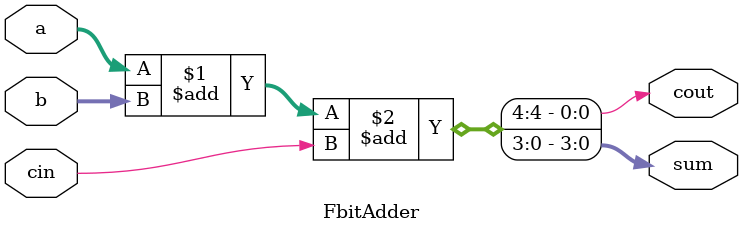
<source format=v>
module FbitAdder(a,b,cin,sum,cout);
input [3:0] a,b;
input cin;
output [3:0]sum;
output cout;
assign {cout,sum}=a+b+cin;
endmodule

</source>
